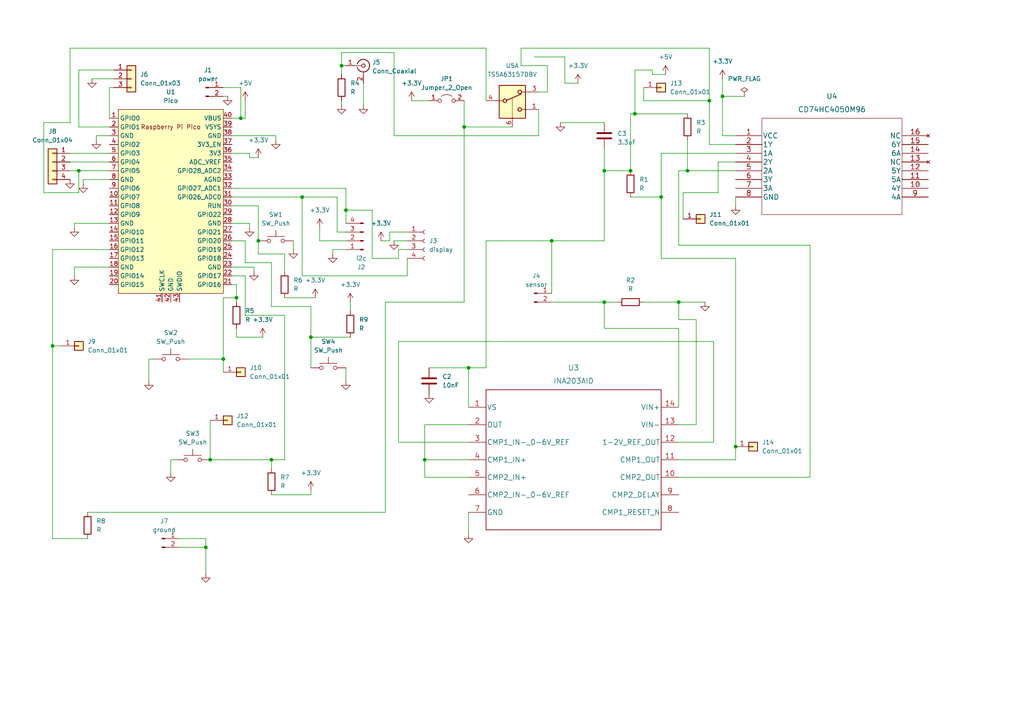
<source format=kicad_sch>
(kicad_sch (version 20230121) (generator eeschema)
  (paper "A4")
  (lib_symbols
    (symbol "Analog_Switch:TS5A63157DBV" (pin_names (offset 0.127))
      (property "Reference" "U" (at -3.175 4.699 0))
      (property "Value" "TS5A63157DBV" (at -3.175 2.921 0))
      (symbol "TS5A63157DBV_1_1"
        (rectangle (start -3.81 1.905) (end 3.81 -7.62) (stroke (width 0.254)) (fill (type background)))
        (circle (center -2.159 -2.54) (radius 0.508) (stroke (width 0.254)))
        (polyline (pts (xy -5.08 -2.54) (xy -2.794 -2.54)))
        (polyline (pts (xy -1.651 -2.413) (xy 2.54 -0.635)) (stroke (width 0.254)))
        (polyline (pts (xy 0 -7.62) (xy 0 -7.112)))
        (polyline (pts (xy 0 -6.858) (xy 0 -6.604)))
        (polyline (pts (xy 0 -6.35) (xy 0 -6.096)))
        (polyline (pts (xy 0 -5.842) (xy 0 -5.588)))
        (polyline (pts (xy 0 -5.334) (xy 0 -5.08)))
        (polyline (pts (xy 0 -4.826) (xy 0 -4.572)))
        (polyline (pts (xy 0 -4.318) (xy 0 -4.064)))
        (polyline (pts (xy 0 -3.81) (xy 0 -3.556)))
        (polyline (pts (xy 0 -3.302) (xy 0 -3.048)))
        (polyline (pts (xy 0 -2.794) (xy 0 -2.54)))
        (polyline (pts (xy 0 -2.286) (xy 0 -2.032)))
        (polyline (pts (xy 0 -2.286) (xy 0 -2.032)))
        (polyline (pts (xy 5.08 -5.08) (xy 2.794 -5.08)))
        (polyline (pts (xy 5.08 0) (xy 2.794 0)))
        (circle (center 2.159 -5.08) (radius 0.508) (stroke (width 0.254)))
        (circle (center 2.159 0) (radius 0.508) (stroke (width 0.254)))
        (pin passive line (at 7.62 -5.08 180) (length 2.54) (name "~") (number "1"))
        (pin passive line (at 7.62 0 180) (length 2.54) (name "~") (number "3"))
        (pin passive line (at -7.62 -2.54 0) (length 2.54) (name "~") (number "4"))
        (pin input line (at 0 -10.16 90) (length 2.54) (name "~") (number "6"))
      )
      (symbol "TS5A63157DBV_2_0"
        (pin power_in line (at 0 -12.7 90) (length 2.54) (name "GND") (number "2"))
        (pin power_in line (at 0 12.7 270) (length 2.54) (name "V+") (number "5"))
      )
      (symbol "TS5A63157DBV_2_1"
        (rectangle (start -3.81 10.16) (end 3.81 -10.16) (stroke (width 0.254)) (fill (type background)))
      )
    )
    (symbol "CD74HC4050M96:CD74HC4050M96" (pin_names (offset 0.254))
      (property "Reference" "U" (at 27.94 10.16 0))
      (property "Value" "CD74HC4050M96" (at 27.94 7.62 0))
      (symbol "CD74HC4050M96_1_1"
        (polyline (pts (xy 7.62 -22.86) (xy 48.26 -22.86)) (stroke (width 0.127)))
        (polyline (pts (xy 7.62 5.08) (xy 7.62 -22.86)) (stroke (width 0.127)))
        (polyline (pts (xy 48.26 -22.86) (xy 48.26 5.08)) (stroke (width 0.127)))
        (polyline (pts (xy 48.26 5.08) (xy 7.62 5.08)) (stroke (width 0.127)))
        (pin power_in line (at 0 0 0) (length 7.62) (name "VCC") (number "1"))
        (pin output line (at 55.88 -15.24 180) (length 7.62) (name "4Y") (number "10"))
        (pin input line (at 55.88 -12.7 180) (length 7.62) (name "5A") (number "11"))
        (pin output line (at 55.88 -10.16 180) (length 7.62) (name "5Y") (number "12"))
        (pin no_connect line (at 55.88 -7.62 180) (length 7.62) (name "NC") (number "13"))
        (pin input line (at 55.88 -5.08 180) (length 7.62) (name "6A") (number "14"))
        (pin output line (at 55.88 -2.54 180) (length 7.62) (name "6Y") (number "15"))
        (pin no_connect line (at 55.88 0 180) (length 7.62) (name "NC") (number "16"))
        (pin output line (at 0 -2.54 0) (length 7.62) (name "1Y") (number "2"))
        (pin input line (at 0 -5.08 0) (length 7.62) (name "1A") (number "3"))
        (pin output line (at 0 -7.62 0) (length 7.62) (name "2Y") (number "4"))
        (pin input line (at 0 -10.16 0) (length 7.62) (name "2A") (number "5"))
        (pin output line (at 0 -12.7 0) (length 7.62) (name "3Y") (number "6"))
        (pin input line (at 0 -15.24 0) (length 7.62) (name "3A") (number "7"))
        (pin power_in line (at 0 -17.78 0) (length 7.62) (name "GND") (number "8"))
        (pin input line (at 55.88 -17.78 180) (length 7.62) (name "4A") (number "9"))
      )
    )
    (symbol "Connector:Conn_01x02_Male" (pin_names (offset 1.016) hide)
      (property "Reference" "J" (at 0 2.54 0))
      (property "Value" "Conn_01x02_Male" (at 0 -5.08 0))
      (symbol "Conn_01x02_Male_1_1"
        (polyline (pts (xy 1.27 -2.54) (xy 0.8636 -2.54)) (stroke (width 0.1524)))
        (polyline (pts (xy 1.27 0) (xy 0.8636 0)) (stroke (width 0.1524)))
        (rectangle (start 0.8636 -2.413) (end 0 -2.667) (stroke (width 0.1524)) (fill (type outline)))
        (rectangle (start 0.8636 0.127) (end 0 -0.127) (stroke (width 0.1524)) (fill (type outline)))
        (pin passive line (at 5.08 0 180) (length 3.81) (name "Pin_1") (number "1"))
        (pin passive line (at 5.08 -2.54 180) (length 3.81) (name "Pin_2") (number "2"))
      )
    )
    (symbol "Connector:Conn_01x04_Female" (pin_names (offset 1.016) hide)
      (property "Reference" "J" (at 0 5.08 0))
      (property "Value" "Conn_01x04_Female" (at 0 -7.62 0))
      (symbol "Conn_01x04_Female_1_1"
        (arc (start 0 -4.572) (mid -0.5058 -5.08) (end 0 -5.588) (stroke (width 0.1524)))
        (arc (start 0 -2.032) (mid -0.5058 -2.54) (end 0 -3.048) (stroke (width 0.1524)))
        (polyline (pts (xy -1.27 -5.08) (xy -0.508 -5.08)) (stroke (width 0.1524)))
        (polyline (pts (xy -1.27 -2.54) (xy -0.508 -2.54)) (stroke (width 0.1524)))
        (polyline (pts (xy -1.27 0) (xy -0.508 0)) (stroke (width 0.1524)))
        (polyline (pts (xy -1.27 2.54) (xy -0.508 2.54)) (stroke (width 0.1524)))
        (arc (start 0 0.508) (mid -0.5058 0) (end 0 -0.508) (stroke (width 0.1524)))
        (arc (start 0 3.048) (mid -0.5058 2.54) (end 0 2.032) (stroke (width 0.1524)))
        (pin passive line (at -5.08 2.54 0) (length 3.81) (name "Pin_1") (number "1"))
        (pin passive line (at -5.08 0 0) (length 3.81) (name "Pin_2") (number "2"))
        (pin passive line (at -5.08 -2.54 0) (length 3.81) (name "Pin_3") (number "3"))
        (pin passive line (at -5.08 -5.08 0) (length 3.81) (name "Pin_4") (number "4"))
      )
    )
    (symbol "Connector:Conn_01x04_Male" (pin_names (offset 1.016) hide)
      (property "Reference" "J" (at 0 5.08 0))
      (property "Value" "Conn_01x04_Male" (at 0 -7.62 0))
      (symbol "Conn_01x04_Male_1_1"
        (polyline (pts (xy 1.27 -5.08) (xy 0.8636 -5.08)) (stroke (width 0.1524)))
        (polyline (pts (xy 1.27 -2.54) (xy 0.8636 -2.54)) (stroke (width 0.1524)))
        (polyline (pts (xy 1.27 0) (xy 0.8636 0)) (stroke (width 0.1524)))
        (polyline (pts (xy 1.27 2.54) (xy 0.8636 2.54)) (stroke (width 0.1524)))
        (rectangle (start 0.8636 -4.953) (end 0 -5.207) (stroke (width 0.1524)) (fill (type outline)))
        (rectangle (start 0.8636 -2.413) (end 0 -2.667) (stroke (width 0.1524)) (fill (type outline)))
        (rectangle (start 0.8636 0.127) (end 0 -0.127) (stroke (width 0.1524)) (fill (type outline)))
        (rectangle (start 0.8636 2.667) (end 0 2.413) (stroke (width 0.1524)) (fill (type outline)))
        (pin passive line (at 5.08 2.54 180) (length 3.81) (name "Pin_1") (number "1"))
        (pin passive line (at 5.08 0 180) (length 3.81) (name "Pin_2") (number "2"))
        (pin passive line (at 5.08 -2.54 180) (length 3.81) (name "Pin_3") (number "3"))
        (pin passive line (at 5.08 -5.08 180) (length 3.81) (name "Pin_4") (number "4"))
      )
    )
    (symbol "Connector:Conn_Coaxial" (pin_names (offset 1.016) hide)
      (property "Reference" "J" (at 0.254 3.048 0))
      (property "Value" "Conn_Coaxial" (at 2.921 0 90))
      (symbol "Conn_Coaxial_0_1"
        (arc (start -1.778 -0.508) (mid 0.2311 -1.8066) (end 1.778 0) (stroke (width 0.254)))
        (polyline (pts (xy -2.54 0) (xy -0.508 0)))
        (polyline (pts (xy 0 -2.54) (xy 0 -1.778)))
        (circle (center 0 0) (radius 0.508) (stroke (width 0.2032)))
        (arc (start 1.778 0) (mid 0.2099 1.8101) (end -1.778 0.508) (stroke (width 0.254)))
      )
      (symbol "Conn_Coaxial_1_1"
        (pin passive line (at -5.08 0 0) (length 2.54) (name "In") (number "1"))
        (pin passive line (at 0 -5.08 90) (length 2.54) (name "Ext") (number "2"))
      )
    )
    (symbol "Connector_Generic:Conn_01x01" (pin_names (offset 1.016) hide)
      (property "Reference" "J" (at 0 2.54 0))
      (property "Value" "Conn_01x01" (at 0 -2.54 0))
      (symbol "Conn_01x01_1_1"
        (rectangle (start -1.27 0.127) (end 0 -0.127) (stroke (width 0.1524)))
        (rectangle (start -1.27 1.27) (end 1.27 -1.27) (stroke (width 0.254)) (fill (type background)))
        (pin passive line (at -5.08 0 0) (length 3.81) (name "Pin_1") (number "1"))
      )
    )
    (symbol "Connector_Generic:Conn_01x03" (pin_names (offset 1.016) hide)
      (property "Reference" "J" (at 0 5.08 0))
      (property "Value" "Conn_01x03" (at 0 -5.08 0))
      (symbol "Conn_01x03_1_1"
        (rectangle (start -1.27 -2.413) (end 0 -2.667) (stroke (width 0.1524)))
        (rectangle (start -1.27 0.127) (end 0 -0.127) (stroke (width 0.1524)))
        (rectangle (start -1.27 2.667) (end 0 2.413) (stroke (width 0.1524)))
        (rectangle (start -1.27 3.81) (end 1.27 -3.81) (stroke (width 0.254)) (fill (type background)))
        (pin passive line (at -5.08 2.54 0) (length 3.81) (name "Pin_1") (number "1"))
        (pin passive line (at -5.08 0 0) (length 3.81) (name "Pin_2") (number "2"))
        (pin passive line (at -5.08 -2.54 0) (length 3.81) (name "Pin_3") (number "3"))
      )
    )
    (symbol "Connector_Generic:Conn_01x04" (pin_names (offset 1.016) hide)
      (property "Reference" "J" (at 0 5.08 0))
      (property "Value" "Conn_01x04" (at 0 -7.62 0))
      (symbol "Conn_01x04_1_1"
        (rectangle (start -1.27 -4.953) (end 0 -5.207) (stroke (width 0.1524)))
        (rectangle (start -1.27 -2.413) (end 0 -2.667) (stroke (width 0.1524)))
        (rectangle (start -1.27 0.127) (end 0 -0.127) (stroke (width 0.1524)))
        (rectangle (start -1.27 2.667) (end 0 2.413) (stroke (width 0.1524)))
        (rectangle (start -1.27 3.81) (end 1.27 -6.35) (stroke (width 0.254)) (fill (type background)))
        (pin passive line (at -5.08 2.54 0) (length 3.81) (name "Pin_1") (number "1"))
        (pin passive line (at -5.08 0 0) (length 3.81) (name "Pin_2") (number "2"))
        (pin passive line (at -5.08 -2.54 0) (length 3.81) (name "Pin_3") (number "3"))
        (pin passive line (at -5.08 -5.08 0) (length 3.81) (name "Pin_4") (number "4"))
      )
    )
    (symbol "Device:C" (pin_numbers hide) (pin_names (offset 0.254))
      (property "Reference" "C" (at 0.635 2.54 0))
      (property "Value" "C" (at 0.635 -2.54 0))
      (symbol "C_0_1"
        (polyline (pts (xy -2.032 -0.762) (xy 2.032 -0.762)) (stroke (width 0.508)))
        (polyline (pts (xy -2.032 0.762) (xy 2.032 0.762)) (stroke (width 0.508)))
      )
      (symbol "C_1_1"
        (pin passive line (at 0 3.81 270) (length 2.794) (name "~") (number "1"))
        (pin passive line (at 0 -3.81 90) (length 2.794) (name "~") (number "2"))
      )
    )
    (symbol "Device:R" (pin_numbers hide) (pin_names (offset 0))
      (property "Reference" "R" (at 2.032 0 90))
      (property "Value" "R" (at 0 0 90))
      (symbol "R_0_1"
        (rectangle (start -1.016 -2.54) (end 1.016 2.54) (stroke (width 0.254)))
      )
      (symbol "R_1_1"
        (pin passive line (at 0 3.81 270) (length 1.27) (name "~") (number "1"))
        (pin passive line (at 0 -3.81 90) (length 1.27) (name "~") (number "2"))
      )
    )
    (symbol "INA203AID:INA203AID" (pin_names (offset 0.254))
      (property "Reference" "U" (at 0 2.54 0))
      (property "Value" "INA203AID" (at 0 0 0))
      (symbol "INA203AID_1_1"
        (polyline (pts (xy -25.4 -20.32) (xy 25.4 -20.32)) (stroke (width 0.2032)))
        (polyline (pts (xy -25.4 20.32) (xy -25.4 -20.32)) (stroke (width 0.2032)))
        (polyline (pts (xy 25.4 -20.32) (xy 25.4 20.32)) (stroke (width 0.2032)))
        (polyline (pts (xy 25.4 20.32) (xy -25.4 20.32)) (stroke (width 0.2032)))
        (pin power_in line (at -30.48 15.24 0) (length 5.08) (name "VS") (number "1"))
        (pin output line (at 30.48 -5.08 180) (length 5.08) (name "CMP2_OUT") (number "10"))
        (pin output line (at 30.48 0 180) (length 5.08) (name "CMP1_OUT") (number "11"))
        (pin power_in line (at 30.48 5.08 180) (length 5.08) (name "1-2V_REF_OUT") (number "12"))
        (pin input line (at 30.48 10.16 180) (length 5.08) (name "VIN-") (number "13"))
        (pin input line (at 30.48 15.24 180) (length 5.08) (name "VIN+") (number "14"))
        (pin output line (at -30.48 10.16 0) (length 5.08) (name "OUT") (number "2"))
        (pin input line (at -30.48 5.08 0) (length 5.08) (name "CMP1_IN-_0-6V_REF") (number "3"))
        (pin input line (at -30.48 0 0) (length 5.08) (name "CMP1_IN+") (number "4"))
        (pin input line (at -30.48 -5.08 0) (length 5.08) (name "CMP2_IN+") (number "5"))
        (pin input line (at -30.48 -10.16 0) (length 5.08) (name "CMP2_IN-_0-6V_REF") (number "6"))
        (pin power_in line (at -30.48 -15.24 0) (length 5.08) (name "GND") (number "7"))
        (pin input line (at 30.48 -15.24 180) (length 5.08) (name "CMP1_RESET_N") (number "8"))
        (pin input line (at 30.48 -10.16 180) (length 5.08) (name "CMP2_DELAY") (number "9"))
      )
    )
    (symbol "Jumper:Jumper_2_Open" (pin_names (offset 0) hide)
      (property "Reference" "JP" (at 0 2.794 0))
      (property "Value" "Jumper_2_Open" (at 0 -2.286 0))
      (symbol "Jumper_2_Open_0_0"
        (circle (center -2.032 0) (radius 0.508))
        (circle (center 2.032 0) (radius 0.508))
      )
      (symbol "Jumper_2_Open_0_1"
        (arc (start 1.524 1.27) (mid 0 1.778) (end -1.524 1.27))
      )
      (symbol "Jumper_2_Open_1_1"
        (pin passive line (at -5.08 0 0) (length 2.54) (name "A") (number "1"))
        (pin passive line (at 5.08 0 180) (length 2.54) (name "B") (number "2"))
      )
    )
    (symbol "MCU_RaspberryPi_and_Boards:Pico"
      (property "Reference" "U" (at -13.97 27.94 0))
      (property "Value" "Pico" (at 0 19.05 0))
      (symbol "Pico_0_0"
        (text "Raspberry Pi Pico" (at 0 21.59 0) (effects (font (size 1.27 1.27))))
      )
      (symbol "Pico_0_1"
        (rectangle (start -15.24 26.67) (end 15.24 -26.67) (fill (type background)))
      )
      (symbol "Pico_1_1"
        (pin bidirectional line (at -17.78 24.13 0) (length 2.54) (name "GPIO0") (number "1"))
        (pin bidirectional line (at -17.78 1.27 0) (length 2.54) (name "GPIO7") (number "10"))
        (pin bidirectional line (at -17.78 -1.27 0) (length 2.54) (name "GPIO8") (number "11"))
        (pin bidirectional line (at -17.78 -3.81 0) (length 2.54) (name "GPIO9") (number "12"))
        (pin power_in line (at -17.78 -6.35 0) (length 2.54) (name "GND") (number "13"))
        (pin bidirectional line (at -17.78 -8.89 0) (length 2.54) (name "GPIO10") (number "14"))
        (pin bidirectional line (at -17.78 -11.43 0) (length 2.54) (name "GPIO11") (number "15"))
        (pin bidirectional line (at -17.78 -13.97 0) (length 2.54) (name "GPIO12") (number "16"))
        (pin bidirectional line (at -17.78 -16.51 0) (length 2.54) (name "GPIO13") (number "17"))
        (pin power_in line (at -17.78 -19.05 0) (length 2.54) (name "GND") (number "18"))
        (pin bidirectional line (at -17.78 -21.59 0) (length 2.54) (name "GPIO14") (number "19"))
        (pin bidirectional line (at -17.78 21.59 0) (length 2.54) (name "GPIO1") (number "2"))
        (pin bidirectional line (at -17.78 -24.13 0) (length 2.54) (name "GPIO15") (number "20"))
        (pin bidirectional line (at 17.78 -24.13 180) (length 2.54) (name "GPIO16") (number "21"))
        (pin bidirectional line (at 17.78 -21.59 180) (length 2.54) (name "GPIO17") (number "22"))
        (pin power_in line (at 17.78 -19.05 180) (length 2.54) (name "GND") (number "23"))
        (pin bidirectional line (at 17.78 -16.51 180) (length 2.54) (name "GPIO18") (number "24"))
        (pin bidirectional line (at 17.78 -13.97 180) (length 2.54) (name "GPIO19") (number "25"))
        (pin bidirectional line (at 17.78 -11.43 180) (length 2.54) (name "GPIO20") (number "26"))
        (pin bidirectional line (at 17.78 -8.89 180) (length 2.54) (name "GPIO21") (number "27"))
        (pin power_in line (at 17.78 -6.35 180) (length 2.54) (name "GND") (number "28"))
        (pin bidirectional line (at 17.78 -3.81 180) (length 2.54) (name "GPIO22") (number "29"))
        (pin power_in line (at -17.78 19.05 0) (length 2.54) (name "GND") (number "3"))
        (pin input line (at 17.78 -1.27 180) (length 2.54) (name "RUN") (number "30"))
        (pin bidirectional line (at 17.78 1.27 180) (length 2.54) (name "GPIO26_ADC0") (number "31"))
        (pin bidirectional line (at 17.78 3.81 180) (length 2.54) (name "GPIO27_ADC1") (number "32"))
        (pin power_in line (at 17.78 6.35 180) (length 2.54) (name "AGND") (number "33"))
        (pin bidirectional line (at 17.78 8.89 180) (length 2.54) (name "GPIO28_ADC2") (number "34"))
        (pin power_in line (at 17.78 11.43 180) (length 2.54) (name "ADC_VREF") (number "35"))
        (pin power_in line (at 17.78 13.97 180) (length 2.54) (name "3V3") (number "36"))
        (pin input line (at 17.78 16.51 180) (length 2.54) (name "3V3_EN") (number "37"))
        (pin bidirectional line (at 17.78 19.05 180) (length 2.54) (name "GND") (number "38"))
        (pin power_in line (at 17.78 21.59 180) (length 2.54) (name "VSYS") (number "39"))
        (pin bidirectional line (at -17.78 16.51 0) (length 2.54) (name "GPIO2") (number "4"))
        (pin power_in line (at 17.78 24.13 180) (length 2.54) (name "VBUS") (number "40"))
        (pin input line (at -2.54 -29.21 90) (length 2.54) (name "SWCLK") (number "41"))
        (pin power_in line (at 0 -29.21 90) (length 2.54) (name "GND") (number "42"))
        (pin bidirectional line (at 2.54 -29.21 90) (length 2.54) (name "SWDIO") (number "43"))
        (pin bidirectional line (at -17.78 13.97 0) (length 2.54) (name "GPIO3") (number "5"))
        (pin bidirectional line (at -17.78 11.43 0) (length 2.54) (name "GPIO4") (number "6"))
        (pin bidirectional line (at -17.78 8.89 0) (length 2.54) (name "GPIO5") (number "7"))
        (pin power_in line (at -17.78 6.35 0) (length 2.54) (name "GND") (number "8"))
        (pin bidirectional line (at -17.78 3.81 0) (length 2.54) (name "GPIO6") (number "9"))
      )
    )
    (symbol "Switch:SW_Push" (pin_numbers hide) (pin_names (offset 1.016) hide)
      (property "Reference" "SW" (at 1.27 2.54 0))
      (property "Value" "SW_Push" (at 0 -1.524 0))
      (symbol "SW_Push_0_1"
        (circle (center -2.032 0) (radius 0.508))
        (polyline (pts (xy 0 1.27) (xy 0 3.048)))
        (polyline (pts (xy 2.54 1.27) (xy -2.54 1.27)))
        (circle (center 2.032 0) (radius 0.508))
        (pin passive line (at -5.08 0 0) (length 2.54) (name "1") (number "1"))
        (pin passive line (at 5.08 0 180) (length 2.54) (name "2") (number "2"))
      )
    )
    (symbol "power:+3.3V" (power) (pin_names (offset 0))
      (property "Value" "+3.3V" (at 0 3.556 0))
      (symbol "+3.3V_0_1"
        (polyline (pts (xy -0.762 1.27) (xy 0 2.54)))
        (polyline (pts (xy 0 0) (xy 0 2.54)))
        (polyline (pts (xy 0 2.54) (xy 0.762 1.27)))
      )
      (symbol "+3.3V_1_1"
        (pin power_in line (at 0 0 90) (length 0) hide (name "+3.3V") (number "1"))
      )
    )
    (symbol "power:+5V" (power) (pin_names (offset 0))
      (property "Value" "+5V" (at 0 3.556 0))
      (symbol "+5V_0_1"
        (polyline (pts (xy -0.762 1.27) (xy 0 2.54)))
        (polyline (pts (xy 0 0) (xy 0 2.54)))
        (polyline (pts (xy 0 2.54) (xy 0.762 1.27)))
      )
      (symbol "+5V_1_1"
        (pin power_in line (at 0 0 90) (length 0) hide (name "+5V") (number "1"))
      )
    )
    (symbol "power:GND" (power) (pin_names (offset 0))
      (property "Value" "GND" (at 0 -3.81 0))
      (symbol "GND_0_1"
        (polyline (pts (xy 0 0) (xy 0 -1.27) (xy 1.27 -1.27) (xy 0 -2.54) (xy -1.27 -1.27) (xy 0 -1.27)))
      )
      (symbol "GND_1_1"
        (pin power_in line (at 0 0 270) (length 0) hide (name "GND") (number "1"))
      )
    )
    (symbol "power:PWR_FLAG" (power) (pin_numbers hide) (pin_names (offset 0) hide)
      (property "Value" "PWR_FLAG" (at 0 3.81 0))
      (symbol "PWR_FLAG_0_0"
        (pin power_out line (at 0 0 90) (length 0) (name "pwr") (number "1"))
      )
      (symbol "PWR_FLAG_0_1"
        (polyline (pts (xy 0 0) (xy 0 1.27) (xy -1.016 1.905) (xy 0 2.54) (xy 1.016 1.905) (xy 0 1.27)))
      )
    )
  )
  (junction (at 134.62 36.83))
  (junction (at 209.55 27.94))
  (junction (at 184.15 33.02))
  (junction (at 74.93 69.85))
  (junction (at 100.33 60.96))
  (junction (at 160.02 69.85))
  (junction (at 69.85 34.29))
  (junction (at 78.74 133.35))
  (junction (at 59.69 158.75))
  (junction (at 196.85 87.63))
  (junction (at 68.58 86.36))
  (junction (at 90.17 97.79))
  (junction (at 15.24 100.33))
  (junction (at 205.74 29.21))
  (junction (at 191.77 57.15))
  (junction (at 175.26 87.63))
  (junction (at 213.36 129.54))
  (junction (at 60.96 133.35))
  (junction (at 99.06 19.05))
  (junction (at 199.39 49.53))
  (junction (at 135.89 106.68))
  (junction (at 87.63 57.15))
  (junction (at 175.26 49.53))
  (junction (at 123.19 133.35))
  (junction (at 64.77 104.14))
  (junction (at 182.88 49.53))
  (junction (at 22.86 49.53))
  (wire (pts (xy 196.85 49.53) (xy 199.39 49.53)))
  (wire (pts (xy 31.75 72.39) (xy 15.24 72.39)))
  (wire (pts (xy 71.12 91.44) (xy 71.12 80.01)))
  (wire (pts (xy 92.71 69.85) (xy 92.71 66.04)))
  (wire (pts (xy 72.39 45.72) (xy 74.93 45.72)))
  (wire (pts (xy 113.03 67.31) (xy 113.03 69.85)))
  (wire (pts (xy 123.19 123.19) (xy 123.19 133.35)))
  (wire (pts (xy 118.11 67.31) (xy 113.03 67.31)))
  (wire (pts (xy 184.15 33.02) (xy 199.39 33.02)))
  (wire (pts (xy 20.32 35.56) (xy 12.7 35.56)))
  (wire (pts (xy 68.58 97.79) (xy 76.2 97.79)))
  (wire (pts (xy 184.15 20.32) (xy 189.23 20.32)))
  (wire (pts (xy 97.79 57.15) (xy 97.79 67.31)))
  (wire (pts (xy 90.17 88.9) (xy 90.17 97.79)))
  (wire (pts (xy 100.33 54.61) (xy 100.33 60.96)))
  (wire (pts (xy 156.21 31.75) (xy 156.21 39.37)))
  (wire (pts (xy 115.57 72.39) (xy 115.57 74.93)))
  (wire (pts (xy 49.53 133.35) (xy 49.53 137.16)))
  (wire (pts (xy 90.17 97.79) (xy 90.17 106.68)))
  (wire (pts (xy 82.55 73.66) (xy 82.55 78.74)))
  (wire (pts (xy 80.01 39.37) (xy 80.01 40.64)))
  (wire (pts (xy 111.76 87.63) (xy 134.62 87.63)))
  (wire (pts (xy 15.24 100.33) (xy 15.24 156.21)))
  (wire (pts (xy 67.31 64.77) (xy 72.39 64.77)))
  (wire (pts (xy 140.97 69.85) (xy 140.97 106.68)))
  (wire (pts (xy 87.63 80.01) (xy 87.63 57.15)))
  (wire (pts (xy 196.85 95.25) (xy 175.26 95.25)))
  (wire (pts (xy 67.31 39.37) (xy 80.01 39.37)))
  (wire (pts (xy 99.06 21.59) (xy 99.06 19.05)))
  (wire (pts (xy 27.94 39.37) (xy 27.94 40.64)))
  (wire (pts (xy 52.07 156.21) (xy 59.69 156.21)))
  (wire (pts (xy 119.38 29.21) (xy 124.46 29.21)))
  (wire (pts (xy 162.56 35.56) (xy 175.26 35.56)))
  (wire (pts (xy 140.97 29.21) (xy 140.97 13.97)))
  (wire (pts (xy 60.96 121.92) (xy 60.96 133.35)))
  (wire (pts (xy 213.36 39.37) (xy 209.55 39.37)))
  (wire (pts (xy 198.12 63.5) (xy 198.12 55.88)))
  (wire (pts (xy 205.74 13.97) (xy 205.74 29.21)))
  (wire (pts (xy 115.57 128.27) (xy 135.89 128.27)))
  (wire (pts (xy 196.85 138.43) (xy 234.95 138.43)))
  (wire (pts (xy 26.67 22.86) (xy 33.02 22.86)))
  (wire (pts (xy 154.94 16.51) (xy 163.83 16.51)))
  (wire (pts (xy 191.77 57.15) (xy 191.77 44.45)))
  (wire (pts (xy 21.59 64.77) (xy 21.59 66.04)))
  (wire (pts (xy 182.88 33.02) (xy 182.88 49.53)))
  (wire (pts (xy 78.74 76.2) (xy 78.74 88.9)))
  (wire (pts (xy 15.24 72.39) (xy 15.24 100.33)))
  (wire (pts (xy 59.69 156.21) (xy 59.69 158.75)))
  (wire (pts (xy 105.41 24.13) (xy 105.41 30.48)))
  (wire (pts (xy 213.36 129.54) (xy 213.36 133.35)))
  (wire (pts (xy 135.89 123.19) (xy 123.19 123.19)))
  (wire (pts (xy 175.26 49.53) (xy 175.26 69.85)))
  (wire (pts (xy 113.03 69.85) (xy 110.49 69.85)))
  (wire (pts (xy 67.31 82.55) (xy 68.58 82.55)))
  (wire (pts (xy 160.02 69.85) (xy 160.02 85.09)))
  (wire (pts (xy 52.07 158.75) (xy 59.69 158.75)))
  (wire (pts (xy 74.93 69.85) (xy 74.93 73.66)))
  (wire (pts (xy 115.57 74.93) (xy 107.95 74.93)))
  (wire (pts (xy 100.33 60.96) (xy 100.33 64.77)))
  (wire (pts (xy 123.19 133.35) (xy 135.89 133.35)))
  (wire (pts (xy 207.01 128.27) (xy 196.85 128.27)))
  (wire (pts (xy 67.31 69.85) (xy 71.12 69.85)))
  (wire (pts (xy 118.11 72.39) (xy 115.57 72.39)))
  (wire (pts (xy 196.85 87.63) (xy 204.47 87.63)))
  (wire (pts (xy 20.32 46.99) (xy 31.75 46.99)))
  (wire (pts (xy 82.55 86.36) (xy 91.44 86.36)))
  (wire (pts (xy 12.7 55.88) (xy 22.86 55.88)))
  (wire (pts (xy 213.36 57.15) (xy 213.36 59.69)))
  (wire (pts (xy 20.32 13.97) (xy 20.32 35.56)))
  (wire (pts (xy 72.39 44.45) (xy 72.39 45.72)))
  (wire (pts (xy 107.95 60.96) (xy 107.95 74.93)))
  (wire (pts (xy 64.77 27.94) (xy 66.04 27.94)))
  (wire (pts (xy 78.74 143.51) (xy 90.17 143.51)))
  (wire (pts (xy 208.28 55.88) (xy 208.28 46.99)))
  (wire (pts (xy 15.24 100.33) (xy 17.78 100.33)))
  (wire (pts (xy 118.11 80.01) (xy 87.63 80.01)))
  (wire (pts (xy 99.06 15.24) (xy 99.06 19.05)))
  (wire (pts (xy 234.95 138.43) (xy 234.95 71.12)))
  (wire (pts (xy 82.55 91.44) (xy 71.12 91.44)))
  (wire (pts (xy 78.74 133.35) (xy 82.55 133.35)))
  (wire (pts (xy 87.63 57.15) (xy 97.79 57.15)))
  (wire (pts (xy 31.75 39.37) (xy 27.94 39.37)))
  (wire (pts (xy 59.69 158.75) (xy 59.69 166.37)))
  (wire (pts (xy 234.95 71.12) (xy 196.85 71.12)))
  (wire (pts (xy 44.45 104.14) (xy 43.18 104.14)))
  (wire (pts (xy 189.23 20.32) (xy 189.23 21.59)))
  (wire (pts (xy 71.12 80.01) (xy 67.31 80.01)))
  (wire (pts (xy 213.36 74.93) (xy 213.36 129.54)))
  (wire (pts (xy 99.06 29.21) (xy 99.06 30.48)))
  (wire (pts (xy 205.74 41.91) (xy 213.36 41.91)))
  (wire (pts (xy 100.33 69.85) (xy 92.71 69.85)))
  (wire (pts (xy 96.52 72.39) (xy 100.33 72.39)))
  (wire (pts (xy 135.89 148.59) (xy 135.89 154.94)))
  (wire (pts (xy 64.77 25.4) (xy 69.85 25.4)))
  (wire (pts (xy 31.75 64.77) (xy 21.59 64.77)))
  (wire (pts (xy 163.83 16.51) (xy 163.83 24.13)))
  (wire (pts (xy 20.32 44.45) (xy 31.75 44.45)))
  (wire (pts (xy 21.59 77.47) (xy 21.59 80.01)))
  (wire (pts (xy 67.31 44.45) (xy 72.39 44.45)))
  (wire (pts (xy 64.77 104.14) (xy 64.77 107.95)))
  (wire (pts (xy 184.15 33.02) (xy 182.88 33.02)))
  (wire (pts (xy 205.74 13.97) (xy 151.13 13.97)))
  (wire (pts (xy 196.85 92.71) (xy 201.93 92.71)))
  (wire (pts (xy 90.17 143.51) (xy 90.17 142.24)))
  (wire (pts (xy 54.61 104.14) (xy 64.77 104.14)))
  (wire (pts (xy 158.75 19.05) (xy 158.75 26.67)))
  (wire (pts (xy 175.26 87.63) (xy 179.07 87.63)))
  (wire (pts (xy 175.26 95.25) (xy 175.26 87.63)))
  (wire (pts (xy 191.77 74.93) (xy 191.77 57.15)))
  (wire (pts (xy 160.02 87.63) (xy 175.26 87.63)))
  (wire (pts (xy 156.21 39.37) (xy 114.3 39.37)))
  (wire (pts (xy 182.88 57.15) (xy 191.77 57.15)))
  (wire (pts (xy 68.58 86.36) (xy 68.58 87.63)))
  (wire (pts (xy 31.75 52.07) (xy 24.13 52.07)))
  (wire (pts (xy 114.3 39.37) (xy 114.3 15.24)))
  (wire (pts (xy 22.86 20.32) (xy 22.86 36.83)))
  (wire (pts (xy 158.75 26.67) (xy 156.21 26.67)))
  (wire (pts (xy 198.12 55.88) (xy 208.28 55.88)))
  (wire (pts (xy 72.39 64.77) (xy 72.39 66.04)))
  (wire (pts (xy 67.31 54.61) (xy 100.33 54.61)))
  (wire (pts (xy 107.95 60.96) (xy 100.33 60.96)))
  (wire (pts (xy 115.57 128.27) (xy 115.57 99.06)))
  (wire (pts (xy 67.31 34.29) (xy 69.85 34.29)))
  (wire (pts (xy 96.52 73.66) (xy 96.52 72.39)))
  (wire (pts (xy 78.74 133.35) (xy 78.74 135.89)))
  (wire (pts (xy 111.76 148.59) (xy 111.76 87.63)))
  (wire (pts (xy 140.97 13.97) (xy 20.32 13.97)))
  (wire (pts (xy 90.17 97.79) (xy 101.6 97.79)))
  (wire (pts (xy 199.39 40.64) (xy 199.39 49.53)))
  (wire (pts (xy 151.13 13.97) (xy 151.13 19.05)))
  (wire (pts (xy 25.4 148.59) (xy 111.76 148.59)))
  (wire (pts (xy 74.93 73.66) (xy 82.55 73.66)))
  (wire (pts (xy 213.36 74.93) (xy 191.77 74.93)))
  (wire (pts (xy 209.55 39.37) (xy 209.55 27.94)))
  (wire (pts (xy 74.93 69.85) (xy 74.93 59.69)))
  (wire (pts (xy 201.93 123.19) (xy 196.85 123.19)))
  (wire (pts (xy 175.26 49.53) (xy 182.88 49.53)))
  (wire (pts (xy 60.96 133.35) (xy 78.74 133.35)))
  (wire (pts (xy 196.85 118.11) (xy 196.85 95.25)))
  (wire (pts (xy 163.83 24.13) (xy 167.64 24.13)))
  (wire (pts (xy 123.19 133.35) (xy 123.19 138.43)))
  (wire (pts (xy 124.46 106.68) (xy 135.89 106.68)))
  (wire (pts (xy 175.26 43.18) (xy 175.26 49.53)))
  (wire (pts (xy 199.39 49.53) (xy 213.36 49.53)))
  (wire (pts (xy 205.74 29.21) (xy 205.74 41.91)))
  (wire (pts (xy 100.33 106.68) (xy 100.33 110.49)))
  (wire (pts (xy 135.89 106.68) (xy 135.89 118.11)))
  (wire (pts (xy 207.01 99.06) (xy 207.01 128.27)))
  (wire (pts (xy 186.69 87.63) (xy 196.85 87.63)))
  (wire (pts (xy 67.31 77.47) (xy 73.66 77.47)))
  (wire (pts (xy 134.62 87.63) (xy 134.62 36.83)))
  (wire (pts (xy 71.12 34.29) (xy 71.12 29.21)))
  (wire (pts (xy 71.12 69.85) (xy 71.12 76.2)))
  (wire (pts (xy 186.69 25.4) (xy 186.69 29.21)))
  (wire (pts (xy 196.85 87.63) (xy 196.85 92.71)))
  (wire (pts (xy 99.06 19.05) (xy 100.33 19.05)))
  (wire (pts (xy 68.58 82.55) (xy 68.58 86.36)))
  (wire (pts (xy 148.59 36.83) (xy 134.62 36.83)))
  (wire (pts (xy 191.77 44.45) (xy 213.36 44.45)))
  (wire (pts (xy 189.23 21.59) (xy 193.04 21.59)))
  (wire (pts (xy 24.13 52.07) (xy 24.13 53.34)))
  (wire (pts (xy 78.74 88.9) (xy 90.17 88.9)))
  (wire (pts (xy 208.28 46.99) (xy 213.36 46.99)))
  (wire (pts (xy 140.97 106.68) (xy 135.89 106.68)))
  (wire (pts (xy 43.18 104.14) (xy 43.18 110.49)))
  (wire (pts (xy 68.58 95.25) (xy 68.58 97.79)))
  (wire (pts (xy 69.85 34.29) (xy 71.12 34.29)))
  (wire (pts (xy 209.55 27.94) (xy 215.9 27.94)))
  (wire (pts (xy 123.19 138.43) (xy 135.89 138.43)))
  (wire (pts (xy 33.02 20.32) (xy 22.86 20.32)))
  (wire (pts (xy 64.77 104.14) (xy 64.77 86.36)))
  (wire (pts (xy 196.85 133.35) (xy 213.36 133.35)))
  (wire (pts (xy 85.09 69.85) (xy 85.09 72.39)))
  (wire (pts (xy 69.85 25.4) (xy 69.85 34.29)))
  (wire (pts (xy 20.32 49.53) (xy 22.86 49.53)))
  (wire (pts (xy 22.86 55.88) (xy 22.86 49.53)))
  (wire (pts (xy 31.75 34.29) (xy 31.75 25.4)))
  (wire (pts (xy 31.75 77.47) (xy 21.59 77.47)))
  (wire (pts (xy 50.8 133.35) (xy 49.53 133.35)))
  (wire (pts (xy 115.57 99.06) (xy 207.01 99.06)))
  (wire (pts (xy 151.13 19.05) (xy 158.75 19.05)))
  (wire (pts (xy 186.69 29.21) (xy 205.74 29.21)))
  (wire (pts (xy 31.75 49.53) (xy 22.86 49.53)))
  (wire (pts (xy 209.55 27.94) (xy 209.55 22.86)))
  (wire (pts (xy 114.3 15.24) (xy 99.06 15.24)))
  (wire (pts (xy 22.86 36.83) (xy 31.75 36.83)))
  (wire (pts (xy 12.7 35.56) (xy 12.7 55.88)))
  (wire (pts (xy 15.24 156.21) (xy 25.4 156.21)))
  (wire (pts (xy 118.11 69.85) (xy 114.3 69.85)))
  (wire (pts (xy 67.31 57.15) (xy 87.63 57.15)))
  (wire (pts (xy 97.79 67.31) (xy 100.33 67.31)))
  (wire (pts (xy 184.15 20.32) (xy 184.15 33.02)))
  (wire (pts (xy 134.62 36.83) (xy 134.62 29.21)))
  (wire (pts (xy 71.12 76.2) (xy 78.74 76.2)))
  (wire (pts (xy 101.6 87.63) (xy 101.6 90.17)))
  (wire (pts (xy 82.55 133.35) (xy 82.55 91.44)))
  (wire (pts (xy 160.02 69.85) (xy 140.97 69.85)))
  (wire (pts (xy 201.93 92.71) (xy 201.93 123.19)))
  (wire (pts (xy 175.26 69.85) (xy 160.02 69.85)))
  (wire (pts (xy 31.75 25.4) (xy 33.02 25.4)))
  (wire (pts (xy 196.85 71.12) (xy 196.85 49.53)))
  (wire (pts (xy 118.11 74.93) (xy 118.11 80.01)))
  (wire (pts (xy 64.77 86.36) (xy 68.58 86.36)))
  (wire (pts (xy 73.66 77.47) (xy 73.66 78.74)))
  (wire (pts (xy 74.93 59.69) (xy 67.31 59.69)))
  (symbol (lib_id "Device:R") (at 68.58 91.44 0) (unit 1)
    (property "Reference" "R5" (at 71.12 90.1699 0) (effects (justify left)))
    (property "Value" "R" (at 71.12 92.7099 0) (effects (justify left)))
    (property "Footprint" "Resistor_SMD:R_0805_2012Metric" (effects hide))
  )
  (symbol (lib_id "power:GND") (at 21.59 66.04 0) (unit 1)
    (property "Reference" "#PWR0118" (effects hide))
    (property "Value" "GND" (effects hide))
  )
  (symbol (lib_id "Connector_Generic:Conn_01x01") (at 69.85 107.95 0) (unit 1)
    (property "Reference" "J10" (at 72.39 106.6799 0) (effects (justify left)))
    (property "Value" "Conn_01x01" (at 72.39 109.2199 0) (effects (justify left)))
    (property "Footprint" "Connector_PinHeader_2.54mm:PinHeader_1x01_P2.54mm_Vertical" (effects hide))
  )
  (symbol (lib_id "Connector_Generic:Conn_01x01") (at 203.2 63.5 0) (unit 1)
    (property "Reference" "J11" (at 205.74 62.2299 0) (effects (justify left)))
    (property "Value" "Conn_01x01" (at 205.74 64.7699 0) (effects (justify left)))
    (property "Footprint" "Connector_PinHeader_2.54mm:PinHeader_1x01_P2.54mm_Vertical" (effects hide))
  )
  (symbol (lib_id "Connector_Generic:Conn_01x01") (at 218.44 129.54 0) (unit 1)
    (property "Reference" "J14" (at 220.98 128.2699 0) (effects (justify left)))
    (property "Value" "Conn_01x01" (at 220.98 130.8099 0) (effects (justify left)))
    (property "Footprint" "Connector_PinHeader_2.54mm:PinHeader_1x01_P2.54mm_Vertical" (effects hide))
  )
  (symbol (lib_id "power:PWR_FLAG") (at 215.9 27.94 0) (unit 1)
    (property "Reference" "#FLG0101" (effects hide))
    (property "Value" "PWR_FLAG" (at 215.9 22.86 0))
  )
  (symbol (lib_id "power:+3.3V") (at 167.64 24.13 0) (unit 1)
    (property "Reference" "#PWR04" (effects hide))
    (property "Value" "+3.3V" (at 167.64 19.05 0))
  )
  (symbol (lib_id "power:+3.3V") (at 91.44 86.36 0) (unit 1)
    (property "Reference" "#PWR0127" (effects hide))
    (property "Value" "+3.3V" (at 91.44 81.28 0))
  )
  (symbol (lib_id "power:+3.3V") (at 101.6 87.63 0) (unit 1)
    (property "Reference" "#PWR06" (effects hide))
    (property "Value" "+3.3V" (at 101.6 82.55 0))
  )
  (symbol (lib_id "power:GND") (at 49.53 137.16 0) (unit 1)
    (property "Reference" "#PWR0114" (effects hide))
    (property "Value" "GND" (effects hide))
  )
  (symbol (lib_id "power:+5V") (at 193.04 21.59 0) (unit 1)
    (property "Reference" "#PWR0129" (effects hide))
    (property "Value" "+5V" (at 193.04 16.51 0))
  )
  (symbol (lib_id "Switch:SW_Push") (at 55.88 133.35 0) (unit 1)
    (property "Reference" "SW3" (at 55.88 125.73 0))
    (property "Value" "SW_Push" (at 55.88 128.27 0))
    (property "Footprint" "Button_Switch_SMD:SW_SPST_CK_RS282G05A3" (effects hide))
  )
  (symbol (lib_id "Jumper:Jumper_2_Open") (at 129.54 29.21 0) (unit 1)
    (property "Reference" "JP1" (at 129.54 22.86 0))
    (property "Value" "Jumper_2_Open" (at 129.54 25.4 0))
    (property "Footprint" "Connector_PinHeader_2.54mm:PinHeader_1x02_P2.54mm_Vertical" (effects hide))
  )
  (symbol (lib_id "Connector:Conn_01x04_Male") (at 105.41 69.85 180) (unit 1)
    (property "Reference" "J2" (at 104.775 77.47 0))
    (property "Value" "i2c" (at 104.775 74.93 0))
    (property "Footprint" "Connector_JST:JST_SH_SM04B-SRSS-TB_1x04-1MP_P1.00mm_Horizontal" (effects hide))
  )
  (symbol (lib_id "power:GND") (at 105.41 30.48 0) (unit 1)
    (property "Reference" "#PWR02" (effects hide))
    (property "Value" "GND" (effects hide))
  )
  (symbol (lib_id "power:GND") (at 80.01 40.64 0) (unit 1)
    (property "Reference" "#PWR0109" (effects hide))
    (property "Value" "GND" (effects hide))
  )
  (symbol (lib_id "power:GND") (at 21.59 80.01 0) (unit 1)
    (property "Reference" "#PWR0119" (effects hide))
    (property "Value" "GND" (effects hide))
  )
  (symbol (lib_id "power:GND") (at 72.39 66.04 0) (unit 1)
    (property "Reference" "#PWR0107" (effects hide))
    (property "Value" "GND" (effects hide))
  )
  (symbol (lib_id "power:GND") (at 73.66 78.74 0) (unit 1)
    (property "Reference" "#PWR0108" (effects hide))
    (property "Value" "GND" (effects hide))
  )
  (symbol (lib_id "Connector_Generic:Conn_01x03") (at 38.1 22.86 0) (unit 1)
    (property "Reference" "J6" (at 40.64 21.5899 0) (effects (justify left)))
    (property "Value" "Conn_01x03" (at 40.64 24.1299 0) (effects (justify left)))
    (property "Footprint" "Connector_JST:JST_SH_SM03B-SRSS-TB_1x03-1MP_P1.00mm_Horizontal" (effects hide))
  )
  (symbol (lib_id "Device:C") (at 175.26 39.37 0) (unit 1)
    (property "Reference" "C3" (at 179.07 38.735 0) (effects (justify left)))
    (property "Value" "3.3uF" (at 179.07 41.275 0) (effects (justify left)))
    (property "Footprint" "Capacitor_SMD:C_0805_2012Metric" (effects hide))
  )
  (symbol (lib_id "power:+3.3V") (at 110.49 69.85 0) (unit 1)
    (property "Reference" "#PWR0102" (effects hide))
    (property "Value" "+3.3V" (at 110.49 64.77 0))
  )
  (symbol (lib_id "Connector_Generic:Conn_01x04") (at 15.24 46.99 0) (mirror y) (unit 1)
    (property "Reference" "J8" (at 15.24 38.1 0))
    (property "Value" "Conn_01x04" (at 15.24 40.64 0))
    (property "Footprint" "Connector_PinHeader_2.54mm:PinHeader_1x04_P2.54mm_Vertical" (effects hide))
  )
  (symbol (lib_id "Device:R") (at 101.6 93.98 0) (unit 1)
    (property "Reference" "R9" (at 104.14 92.7099 0) (effects (justify left)))
    (property "Value" "R" (at 104.14 95.2499 0) (effects (justify left)))
    (property "Footprint" "Resistor_SMD:R_0805_2012Metric" (effects hide))
  )
  (symbol (lib_id "Connector:Conn_01x02_Male") (at 59.69 25.4 0) (unit 1)
    (property "Reference" "J1" (at 60.325 20.32 0))
    (property "Value" "power" (at 60.325 22.86 0))
    (property "Footprint" "Connector_PinHeader_2.54mm:PinHeader_1x02_P2.54mm_Vertical" (effects hide))
  )
  (symbol (lib_id "power:GND") (at 66.04 27.94 0) (unit 1)
    (property "Reference" "#PWR0120" (effects hide))
    (property "Value" "GND" (effects hide))
  )
  (symbol (lib_id "power:GND") (at 26.67 22.86 0) (unit 1)
    (property "Reference" "#PWR0125" (effects hide))
    (property "Value" "GND" (effects hide))
  )
  (symbol (lib_id "power:GND") (at 162.56 35.56 0) (unit 1)
    (property "Reference" "#PWR0101" (effects hide))
    (property "Value" "GND" (effects hide))
  )
  (symbol (lib_id "power:GND") (at 24.13 53.34 0) (unit 1)
    (property "Reference" "#PWR0117" (effects hide))
    (property "Value" "GND" (effects hide))
  )
  (symbol (lib_id "Connector:Conn_01x02_Male") (at 154.94 85.09 0) (unit 1)
    (property "Reference" "J4" (at 155.575 80.01 0))
    (property "Value" "sensor" (at 155.575 82.55 0))
    (property "Footprint" "Connector_PinHeader_2.54mm:PinHeader_1x02_P2.54mm_Vertical" (effects hide))
  )
  (symbol (lib_id "power:GND") (at 59.69 166.37 0) (unit 1)
    (property "Reference" "#PWR0130" (effects hide))
    (property "Value" "GND" (effects hide))
  )
  (symbol (lib_id "Connector:Conn_01x02_Male") (at 46.99 156.21 0) (unit 1)
    (property "Reference" "J7" (at 47.625 151.13 0))
    (property "Value" "ground" (at 47.625 153.67 0))
    (property "Footprint" "Connector_PinHeader_2.54mm:PinHeader_1x02_P2.54mm_Vertical" (effects hide))
  )
  (symbol (lib_id "power:GND") (at 100.33 110.49 0) (unit 1)
    (property "Reference" "#PWR05" (effects hide))
    (property "Value" "GND" (effects hide))
  )
  (symbol (lib_id "power:GND") (at 135.89 154.94 0) (unit 1)
    (property "Reference" "#PWR0112" (effects hide))
    (property "Value" "GND" (effects hide))
  )
  (symbol (lib_id "Device:R") (at 182.88 53.34 0) (unit 1)
    (property "Reference" "R1" (at 185.42 52.0699 0) (effects (justify left)))
    (property "Value" "R" (at 185.42 54.6099 0) (effects (justify left)))
    (property "Footprint" "Resistor_SMD:R_0805_2012Metric" (effects hide))
  )
  (symbol (lib_id "Connector:Conn_Coaxial") (at 105.41 19.05 0) (unit 1)
    (property "Reference" "J5" (at 107.95 18.0731 0) (effects (justify left)))
    (property "Value" "Conn_Coaxial" (at 107.95 20.6131 0) (effects (justify left)))
    (property "Footprint" "Connector_Coaxial:SMB_Jack_Vertical" (effects hide))
    (property "Datasheet" " ~" (effects hide))
  )
  (symbol (lib_id "power:GND") (at 20.32 52.07 0) (unit 1)
    (property "Reference" "#PWR0131" (effects hide))
    (property "Value" "GND" (effects hide))
  )
  (symbol (lib_id "INA203AID:INA203AID") (at 166.37 133.35 0) (unit 1)
    (property "Reference" "U3" (at 166.37 106.68 0) (effects (font (size 1.524 1.524))))
    (property "Value" "INA203AID" (at 166.37 110.49 0) (effects (font (size 1.524 1.524))))
    (property "Footprint" "INA203AID:INA203AID" (effects hide))
  )
  (symbol (lib_id "Analog_Switch:TS5A63157DBV") (at 148.59 26.67 0) (unit 1)
    (property "Reference" "U5" (at 148.59 19.05 0))
    (property "Value" "TS5A63157DBV" (at 148.59 21.59 0))
    (property "Footprint" "Package_TO_SOT_SMD:SOT-23-6" (effects hide))
    (property "Datasheet" "https://www.ti.com/lit/ds/symlink/ts5a63157.pdf" (effects hide))
  )
  (symbol (lib_id "Connector_Generic:Conn_01x01") (at 22.86 100.33 0) (unit 1)
    (property "Reference" "J9" (at 25.4 99.0599 0) (effects (justify left)))
    (property "Value" "Conn_01x01" (at 25.4 101.5999 0) (effects (justify left)))
    (property "Footprint" "Connector_PinHeader_2.54mm:PinHeader_1x01_P2.54mm_Vertical" (effects hide))
  )
  (symbol (lib_id "power:GND") (at 27.94 40.64 0) (unit 1)
    (property "Reference" "#PWR0121" (effects hide))
    (property "Value" "GND" (effects hide))
  )
  (symbol (lib_id "power:+3.3V") (at 90.17 142.24 0) (unit 1)
    (property "Reference" "#PWR0103" (effects hide))
    (property "Value" "+3.3V" (at 90.17 137.16 0))
  )
  (symbol (lib_id "Connector_Generic:Conn_01x01") (at 66.04 121.92 0) (unit 1)
    (property "Reference" "J12" (at 68.58 120.6499 0) (effects (justify left)))
    (property "Value" "Conn_01x01" (at 68.58 123.1899 0) (effects (justify left)))
    (property "Footprint" "Connector_PinHeader_2.54mm:PinHeader_1x01_P2.54mm_Vertical" (effects hide))
  )
  (symbol (lib_id "power:+3.3V") (at 92.71 66.04 0) (unit 1)
    (property "Reference" "#PWR0104" (effects hide))
    (property "Value" "+3.3V" (at 92.71 60.96 0))
  )
  (symbol (lib_id "power:GND") (at 204.47 87.63 0) (unit 1)
    (property "Reference" "#PWR0122" (effects hide))
    (property "Value" "GND" (effects hide))
  )
  (symbol (lib_id "power:+3.3V") (at 209.55 22.86 0) (unit 1)
    (property "Reference" "#PWR0124" (effects hide))
    (property "Value" "+3.3V" (at 209.55 17.78 0))
  )
  (symbol (lib_id "power:GND") (at 85.09 72.39 0) (unit 1)
    (property "Reference" "#PWR0106" (effects hide))
    (property "Value" "GND" (effects hide))
  )
  (symbol (lib_id "Switch:SW_Push") (at 80.01 69.85 0) (unit 1)
    (property "Reference" "SW1" (at 80.01 62.23 0))
    (property "Value" "SW_Push" (at 80.01 64.77 0))
    (property "Footprint" "Button_Switch_SMD:SW_SPST_CK_RS282G05A3" (effects hide))
  )
  (symbol (lib_id "power:+5V") (at 71.12 29.21 0) (unit 1)
    (property "Reference" "#PWR0113" (effects hide))
    (property "Value" "+5V" (at 71.12 24.13 0))
  )
  (symbol (lib_id "Device:R") (at 99.06 25.4 0) (unit 1)
    (property "Reference" "R4" (at 101.6 24.1299 0) (effects (justify left)))
    (property "Value" "R" (at 101.6 26.6699 0) (effects (justify left)))
    (property "Footprint" "Resistor_SMD:R_0805_2012Metric" (effects hide))
  )
  (symbol (lib_id "power:+3.3V") (at 76.2 97.79 0) (unit 1)
    (property "Reference" "#PWR0126" (effects hide))
    (property "Value" "+3.3V" (at 76.2 92.71 0))
  )
  (symbol (lib_id "power:GND") (at 96.52 73.66 0) (unit 1)
    (property "Reference" "#PWR0105" (effects hide))
    (property "Value" "GND" (effects hide))
  )
  (symbol (lib_id "power:GND") (at 114.3 69.85 0) (unit 1)
    (property "Reference" "#PWR0116" (effects hide))
    (property "Value" "GND" (effects hide))
  )
  (symbol (lib_id "CD74HC4050M96:CD74HC4050M96") (at 213.36 39.37 0) (unit 1)
    (property "Reference" "U4" (at 241.3 27.94 0) (effects (font (size 1.524 1.524))))
    (property "Value" "CD74HC4050M96" (at 241.3 31.75 0) (effects (font (size 1.524 1.524))))
    (property "Footprint" "CD74HC4050M96:CD74HC4050M96" (effects hide))
  )
  (symbol (lib_id "power:GND") (at 99.06 30.48 0) (unit 1)
    (property "Reference" "#PWR01" (effects hide))
    (property "Value" "GND" (effects hide))
  )
  (symbol (lib_id "Switch:SW_Push") (at 95.25 106.68 0) (unit 1)
    (property "Reference" "SW4" (at 95.25 99.06 0))
    (property "Value" "SW_Push" (at 95.25 101.6 0))
    (property "Footprint" "Button_Switch_SMD:SW_SPST_CK_RS282G05A3" (effects hide))
  )
  (symbol (lib_id "power:+3.3V") (at 74.93 45.72 0) (unit 1)
    (property "Reference" "#PWR0110" (effects hide))
    (property "Value" "+3.3V" (at 74.93 40.64 0))
  )
  (symbol (lib_id "Device:R") (at 182.88 87.63 90) (unit 1)
    (property "Reference" "R2" (at 182.88 81.28 90))
    (property "Value" "R" (at 182.88 83.82 90))
    (property "Footprint" "Resistor_SMD:R_0805_2012Metric" (effects hide))
  )
  (symbol (lib_id "Device:R") (at 199.39 36.83 0) (unit 1)
    (property "Reference" "R3" (at 201.93 35.5599 0) (effects (justify left)))
    (property "Value" "R" (at 201.93 38.0999 0) (effects (justify left)))
    (property "Footprint" "Resistor_SMD:R_0805_2012Metric" (effects hide))
  )
  (symbol (lib_id "power:+3.3V") (at 119.38 29.21 0) (unit 1)
    (property "Reference" "#PWR03" (effects hide))
    (property "Value" "+3.3V" (at 119.38 24.13 0))
  )
  (symbol (lib_id "Connector_Generic:Conn_01x01") (at 191.77 25.4 0) (unit 1)
    (property "Reference" "J13" (at 194.31 24.1299 0) (effects (justify left)))
    (property "Value" "Conn_01x01" (at 194.31 26.6699 0) (effects (justify left)))
    (property "Footprint" "Connector_PinHeader_2.54mm:PinHeader_1x01_P2.54mm_Vertical" (effects hide))
  )
  (symbol (lib_id "Switch:SW_Push") (at 49.53 104.14 0) (unit 1)
    (property "Reference" "SW2" (at 49.53 96.52 0))
    (property "Value" "SW_Push" (at 49.53 99.06 0))
    (property "Footprint" "Button_Switch_SMD:SW_SPST_CK_RS282G05A3" (effects hide))
  )
  (symbol (lib_id "Device:R") (at 78.74 139.7 0) (unit 1)
    (property "Reference" "R7" (at 81.28 138.4299 0) (effects (justify left)))
    (property "Value" "R" (at 81.28 140.9699 0) (effects (justify left)))
    (property "Footprint" "Resistor_SMD:R_0805_2012Metric" (effects hide))
  )
  (symbol (lib_id "Device:C") (at 124.46 110.49 0) (unit 1)
    (property "Reference" "C2" (at 128.27 109.2199 0) (effects (justify left)))
    (property "Value" "10nF" (at 128.27 111.7599 0) (effects (justify left)))
    (property "Footprint" "Capacitor_SMD:C_0805_2012Metric" (effects hide))
  )
  (symbol (lib_id "Device:R") (at 25.4 152.4 0) (unit 1)
    (property "Reference" "R8" (at 27.94 151.1299 0) (effects (justify left)))
    (property "Value" "R" (at 27.94 153.6699 0) (effects (justify left)))
    (property "Footprint" "Resistor_SMD:R_0805_2012Metric" (effects hide))
  )
  (symbol (lib_id "MCU_RaspberryPi_and_Boards:Pico") (at 49.53 58.42 0) (unit 1)
    (property "Reference" "U1" (at 49.53 26.67 0))
    (property "Value" "Pico" (at 49.53 29.21 0))
    (property "Footprint" "MCU_RaspberryPi_and_Boards:RPi_Pico_SMD_TH" (effects hide))
  )
  (symbol (lib_id "Device:R") (at 82.55 82.55 0) (unit 1)
    (property "Reference" "R6" (at 85.09 81.2799 0) (effects (justify left)))
    (property "Value" "R" (at 85.09 83.8199 0) (effects (justify left)))
    (property "Footprint" "Resistor_SMD:R_0805_2012Metric" (effects hide))
  )
  (symbol (lib_id "Connector:Conn_01x04_Female") (at 123.19 69.85 0) (unit 1)
    (property "Reference" "J3" (at 124.46 69.8499 0) (effects (justify left)))
    (property "Value" "display" (at 124.46 72.3899 0) (effects (justify left)))
    (property "Footprint" "Connector_PinHeader_2.54mm:PinHeader_1x04_P2.54mm_Vertical" (effects hide))
  )
  (symbol (lib_id "power:GND") (at 43.18 110.49 0) (unit 1)
    (property "Reference" "#PWR0128" (effects hide))
    (property "Value" "GND" (effects hide))
  )
  (symbol (lib_id "power:GND") (at 124.46 114.3 0) (unit 1)
    (property "Reference" "#PWR0111" (effects hide))
    (property "Value" "GND" (effects hide))
  )
  (symbol (lib_id "power:GND") (at 213.36 59.69 0) (unit 1)
    (property "Reference" "#PWR0123" (effects hide))
    (property "Value" "GND" (effects hide))
  )
)
</source>
